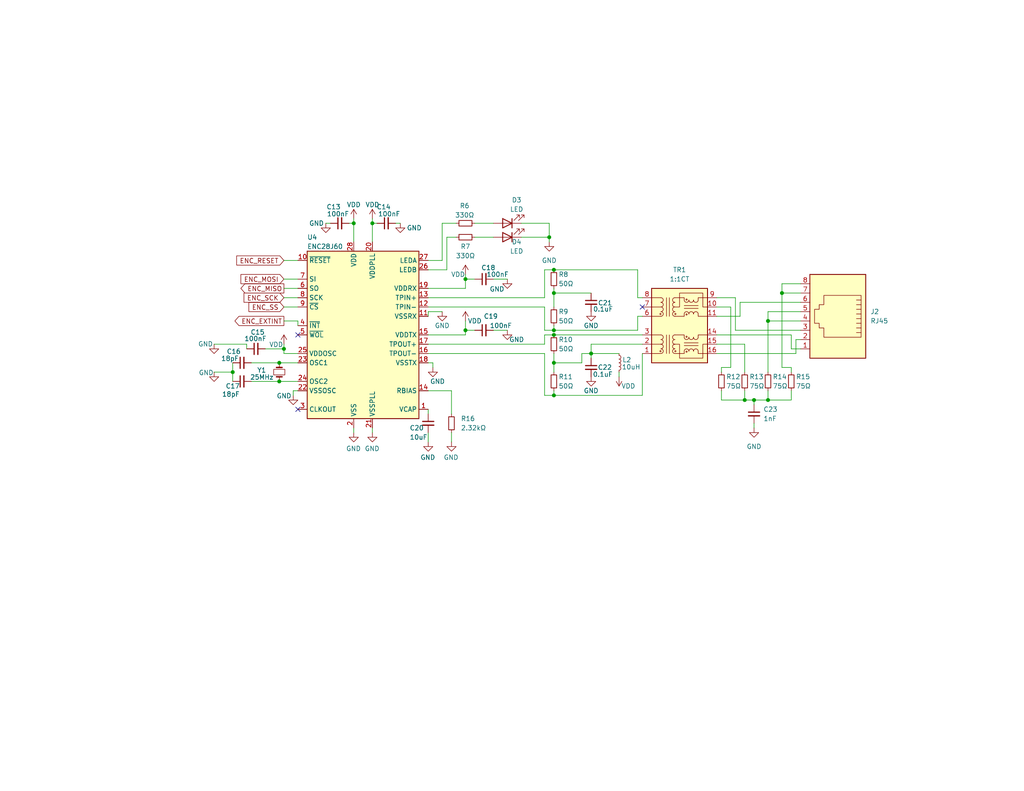
<source format=kicad_sch>
(kicad_sch (version 20211123) (generator eeschema)
  (paper "USLetter")
  (title_block (title "ENC28J60 Control Circuit") (date "2022-10-20") (rev "4") (company "DCA"))
  (lib_symbols
    (symbol "Connector:RJ45" (pin_names (offset 1.016))
      (property "Reference" "J" (at -5.08 13.97 0))
      (property "Value" "RJ45" (at 2.54 13.97 0))
      (symbol "RJ45_0_1"
        (polyline (pts (xy -5.08 4.445) (xy -6.35 4.445)))
        (polyline (pts (xy -5.08 5.715) (xy -6.35 5.715)))
        (polyline (pts (xy -6.35 -3.175) (xy -5.08 -3.175) (xy -5.08 -3.175)))
        (polyline (pts (xy -6.35 -1.905) (xy -5.08 -1.905) (xy -5.08 -1.905)))
        (polyline (pts (xy -6.35 -0.635) (xy -5.08 -0.635) (xy -5.08 -0.635)))
        (polyline (pts (xy -6.35 0.635) (xy -5.08 0.635) (xy -5.08 0.635)))
        (polyline (pts (xy -6.35 1.905) (xy -5.08 1.905) (xy -5.08 1.905)))
        (polyline (pts (xy -5.08 3.175) (xy -6.35 3.175) (xy -6.35 3.175)))
        (polyline (pts (xy -6.35 -4.445) (xy -6.35 6.985) (xy 3.81 6.985) (xy 3.81 4.445) (xy 5.08 4.445) (xy 5.08 3.175) (xy 6.35 3.175) (xy 6.35 -0.635) (xy 5.08 -0.635) (xy 5.08 -1.905) (xy 3.81 -1.905) (xy 3.81 -4.445) (xy -6.35 -4.445) (xy -6.35 -4.445)))
        (rectangle (start 7.62 12.7) (end -7.62 -10.16) (stroke (width 0.254)) (fill (type background)))
      )
      (symbol "RJ45_1_1"
        (pin passive line (at 10.16 -7.62 180) (length 2.54) (name "~") (number "1"))
        (pin passive line (at 10.16 -5.08 180) (length 2.54) (name "~") (number "2"))
        (pin passive line (at 10.16 -2.54 180) (length 2.54) (name "~") (number "3"))
        (pin passive line (at 10.16 0 180) (length 2.54) (name "~") (number "4"))
        (pin passive line (at 10.16 2.54 180) (length 2.54) (name "~") (number "5"))
        (pin passive line (at 10.16 5.08 180) (length 2.54) (name "~") (number "6"))
        (pin passive line (at 10.16 7.62 180) (length 2.54) (name "~") (number "7"))
        (pin passive line (at 10.16 10.16 180) (length 2.54) (name "~") (number "8"))
      )
    )
    (symbol "Device:C_Small" (pin_numbers hide) (pin_names (offset 0.254) hide)
      (property "Reference" "C" (at 0.254 1.778 0))
      (property "Value" "C_Small" (at 0.254 -2.032 0))
      (symbol "C_Small_0_1"
        (polyline (pts (xy -1.524 -0.508) (xy 1.524 -0.508)) (stroke (width 0.3302)))
        (polyline (pts (xy -1.524 0.508) (xy 1.524 0.508)) (stroke (width 0.3048)))
      )
      (symbol "C_Small_1_1"
        (pin passive line (at 0 2.54 270) (length 2.032) (name "~") (number "1"))
        (pin passive line (at 0 -2.54 90) (length 2.032) (name "~") (number "2"))
      )
    )
    (symbol "Device:Crystal_Small" (pin_numbers hide) (pin_names (offset 1.016) hide)
      (property "Reference" "Y" (at 0 2.54 0))
      (property "Value" "Crystal_Small" (at 0 -2.54 0))
      (symbol "Crystal_Small_0_1"
        (rectangle (start -0.762 -1.524) (end 0.762 1.524))
        (polyline (pts (xy -1.27 -0.762) (xy -1.27 0.762)) (stroke (width 0.381)))
        (polyline (pts (xy 1.27 -0.762) (xy 1.27 0.762)) (stroke (width 0.381)))
      )
      (symbol "Crystal_Small_1_1"
        (pin passive line (at -2.54 0 0) (length 1.27) (name "1") (number "1"))
        (pin passive line (at 2.54 0 180) (length 1.27) (name "2") (number "2"))
      )
    )
    (symbol "Device:LED" (pin_numbers hide) (pin_names (offset 1.016) hide)
      (property "Reference" "D" (at 0 2.54 0))
      (property "Value" "LED" (at 0 -2.54 0))
      (symbol "LED_0_1"
        (polyline (pts (xy -1.27 -1.27) (xy -1.27 1.27)) (stroke (width 0.254)))
        (polyline (pts (xy -1.27 0) (xy 1.27 0)))
        (polyline (pts (xy 1.27 -1.27) (xy 1.27 1.27) (xy -1.27 0) (xy 1.27 -1.27)) (stroke (width 0.254)))
        (polyline (pts (xy -3.048 -0.762) (xy -4.572 -2.286) (xy -3.81 -2.286) (xy -4.572 -2.286) (xy -4.572 -1.524)))
        (polyline (pts (xy -1.778 -0.762) (xy -3.302 -2.286) (xy -2.54 -2.286) (xy -3.302 -2.286) (xy -3.302 -1.524)))
      )
      (symbol "LED_1_1"
        (pin passive line (at -3.81 0 0) (length 2.54) (name "K") (number "1"))
        (pin passive line (at 3.81 0 180) (length 2.54) (name "A") (number "2"))
      )
    )
    (symbol "Device:L_Small" (pin_numbers hide) (pin_names (offset 0.254) hide)
      (property "Reference" "L" (at 0.762 1.016 0))
      (property "Value" "L_Small" (at 0.762 -1.016 0))
      (symbol "L_Small_0_1"
        (arc (start 0 -2.032) (mid 0.508 -1.524) (end 0 -1.016))
        (arc (start 0 -1.016) (mid 0.508 -0.508) (end 0 0))
        (arc (start 0 0) (mid 0.508 0.508) (end 0 1.016))
        (arc (start 0 1.016) (mid 0.508 1.524) (end 0 2.032))
      )
      (symbol "L_Small_1_1"
        (pin passive line (at 0 2.54 270) (length 0.508) (name "~") (number "1"))
        (pin passive line (at 0 -2.54 90) (length 0.508) (name "~") (number "2"))
      )
    )
    (symbol "Device:R_Small" (pin_numbers hide) (pin_names (offset 0.254) hide)
      (property "Reference" "R" (at 0.762 0.508 0))
      (property "Value" "R_Small" (at 0.762 -1.016 0))
      (symbol "R_Small_0_1"
        (rectangle (start -0.762 1.778) (end 0.762 -1.778) (stroke (width 0.2032)))
      )
      (symbol "R_Small_1_1"
        (pin passive line (at 0 2.54 270) (length 0.762) (name "~") (number "1"))
        (pin passive line (at 0 -2.54 90) (length 0.762) (name "~") (number "2"))
      )
    )
    (symbol "Interface_Ethernet:ENC28J60x-SS"
      (property "Reference" "U" (at -13.97 24.13 0))
      (property "Value" "ENC28J60x-SS" (at 5.08 24.13 0))
      (symbol "ENC28J60x-SS_0_1"
        (rectangle (start -15.24 22.86) (end 15.24 -22.86) (stroke (width 0.254)) (fill (type background)))
      )
      (symbol "ENC28J60x-SS_1_1"
        (pin input line (at 17.78 -20.32 180) (length 2.54) (name "VCAP") (number "1"))
        (pin input line (at -17.78 20.32 0) (length 2.54) (name "~{RESET}") (number "10"))
        (pin power_in line (at 17.78 5.08 180) (length 2.54) (name "VSSRX") (number "11"))
        (pin input line (at 17.78 7.62 180) (length 2.54) (name "TPIN-") (number "12"))
        (pin input line (at 17.78 10.16 180) (length 2.54) (name "TPIN+") (number "13"))
        (pin input line (at 17.78 -15.24 180) (length 2.54) (name "RBIAS") (number "14"))
        (pin power_in line (at 17.78 0 180) (length 2.54) (name "VDDTX") (number "15"))
        (pin output line (at 17.78 -5.08 180) (length 2.54) (name "TPOUT-") (number "16"))
        (pin output line (at 17.78 -2.54 180) (length 2.54) (name "TPOUT+") (number "17"))
        (pin power_in line (at 17.78 -7.62 180) (length 2.54) (name "VSSTX") (number "18"))
        (pin power_in line (at 17.78 12.7 180) (length 2.54) (name "VDDRX") (number "19"))
        (pin power_in line (at -2.54 -25.4 90) (length 2.54) (name "VSS") (number "2"))
        (pin power_in line (at 2.54 25.4 270) (length 2.54) (name "VDDPLL") (number "20"))
        (pin power_in line (at 2.54 -25.4 90) (length 2.54) (name "VSSPLL") (number "21"))
        (pin power_in line (at -17.78 -15.24 0) (length 2.54) (name "VSSOSC") (number "22"))
        (pin input line (at -17.78 -7.62 0) (length 2.54) (name "OSC1") (number "23"))
        (pin input line (at -17.78 -12.7 0) (length 2.54) (name "OSC2") (number "24"))
        (pin power_in line (at -17.78 -5.08 0) (length 2.54) (name "VDDOSC") (number "25"))
        (pin output line (at 17.78 17.78 180) (length 2.54) (name "LEDB") (number "26"))
        (pin output line (at 17.78 20.32 180) (length 2.54) (name "LEDA") (number "27"))
        (pin power_in line (at -2.54 25.4 270) (length 2.54) (name "VDD") (number "28"))
        (pin output line (at -17.78 -20.32 0) (length 2.54) (name "CLKOUT") (number "3"))
        (pin output line (at -17.78 2.54 0) (length 2.54) (name "~{INT}") (number "4"))
        (pin output line (at -17.78 0 0) (length 2.54) (name "~{WOL}") (number "5"))
        (pin output line (at -17.78 12.7 0) (length 2.54) (name "SO") (number "6"))
        (pin input line (at -17.78 15.24 0) (length 2.54) (name "SI") (number "7"))
        (pin input line (at -17.78 10.16 0) (length 2.54) (name "SCK") (number "8"))
        (pin input line (at -17.78 7.62 0) (length 2.54) (name "~{CS}") (number "9"))
      )
    )
    (symbol "Transformer:PT61017PEL" (pin_names hide)
      (property "Reference" "TR" (at 0 10.795 0))
      (property "Value" "PT61017PEL" (at 0 -10.795 0))
      (symbol "PT61017PEL_0_1"
        (rectangle (start -7.62 10.16) (end 7.62 -10.16) (stroke (width 0.254)) (fill (type background)))
        (circle (center -5.207 3.175) (radius 0.1778))
        (arc (start -5.08 6.35) (mid -4.445 6.985) (end -5.08 7.62))
        (polyline (pts (xy -5.08 2.54) (xy -7.62 2.54)))
        (polyline (pts (xy -5.08 5.08) (xy -7.62 5.08)))
        (polyline (pts (xy -5.08 7.62) (xy -7.62 7.62)))
        (polyline (pts (xy -3.556 -2.54) (xy -3.556 -7.62)))
        (polyline (pts (xy -3.556 2.54) (xy -3.556 7.62)))
        (polyline (pts (xy -2.794 -7.62) (xy -2.794 -2.54)))
        (polyline (pts (xy -2.794 7.62) (xy -2.794 2.54)))
        (polyline (pts (xy 1.27 4.699) (xy 5.08 4.699)))
        (polyline (pts (xy 1.27 5.461) (xy 5.08 5.461)))
        (polyline (pts (xy -1.27 2.54) (xy 1.27 2.54) (xy 1.27 3.175)))
        (polyline (pts (xy 1.27 6.985) (xy 1.27 7.62) (xy -1.27 7.62)))
        (polyline (pts (xy 5.08 3.175) (xy 5.08 2.54) (xy 7.62 2.54)))
        (polyline (pts (xy 5.08 6.985) (xy 5.08 7.62) (xy 7.62 7.62)))
        (polyline (pts (xy -1.27 5.08) (xy 0 5.08) (xy 0 8.89) (xy 6.35 8.89) (xy 6.35 5.08) (xy 7.62 5.08)))
      )
      (symbol "PT61017PEL_1_1"
        (circle (center -5.207 -6.985) (radius 0.1778))
        (arc (start -5.08 -7.62) (mid -4.445 -6.985) (end -5.08 -6.35))
        (arc (start -5.08 -6.35) (mid -4.445 -5.715) (end -5.08 -5.08))
        (arc (start -5.08 -5.08) (mid -4.445 -4.445) (end -5.08 -3.81))
        (arc (start -5.08 -3.81) (mid -4.445 -3.175) (end -5.08 -2.54))
        (arc (start -5.08 2.54) (mid -4.445 3.175) (end -5.08 3.81))
        (arc (start -5.08 3.81) (mid -4.445 4.445) (end -5.08 5.08))
        (arc (start -5.08 5.08) (mid -4.445 5.715) (end -5.08 6.35))
        (arc (start -1.27 -6.35) (mid -1.905 -6.985) (end -1.27 -7.62))
        (arc (start -1.27 -5.08) (mid -1.905 -5.715) (end -1.27 -6.35))
        (arc (start -1.27 -3.81) (mid -1.905 -4.445) (end -1.27 -5.08))
        (arc (start -1.27 -2.54) (mid -1.905 -3.175) (end -1.27 -3.81))
        (arc (start -1.27 3.81) (mid -1.905 3.175) (end -1.27 2.54))
        (arc (start -1.27 5.08) (mid -1.905 4.445) (end -1.27 3.81))
        (arc (start -1.27 6.35) (mid -1.905 5.715) (end -1.27 5.08))
        (arc (start -1.27 7.62) (mid -1.905 6.985) (end -1.27 6.35))
        (circle (center -1.143 -6.985) (radius 0.1778))
        (circle (center -1.143 3.175) (radius 0.1778))
        (polyline (pts (xy -5.08 -7.62) (xy -7.62 -7.62)))
        (polyline (pts (xy -5.08 -5.08) (xy -7.62 -5.08)))
        (polyline (pts (xy -5.08 -2.54) (xy -7.62 -2.54)))
        (polyline (pts (xy 1.27 -5.461) (xy 5.08 -5.461)))
        (polyline (pts (xy 1.27 -4.699) (xy 5.08 -4.699)))
        (polyline (pts (xy -1.27 -7.62) (xy 1.27 -7.62) (xy 1.27 -6.985)))
        (polyline (pts (xy 1.27 -3.175) (xy 1.27 -2.54) (xy -1.27 -2.54)))
        (polyline (pts (xy 5.08 -6.985) (xy 5.08 -7.62) (xy 7.62 -7.62)))
        (polyline (pts (xy 5.08 -3.175) (xy 5.08 -2.54) (xy 7.62 -2.54)))
        (polyline (pts (xy 7.62 -5.08) (xy 6.35 -5.08) (xy 6.35 -8.89) (xy 0 -8.89) (xy 0 -5.08) (xy -1.27 -5.08)))
        (arc (start 1.27 -3.175) (mid 1.905 -3.81) (end 2.54 -3.175))
        (arc (start 1.27 6.985) (mid 1.905 6.35) (end 2.54 6.985))
        (circle (center 1.905 -7.112) (radius 0.1778))
        (circle (center 1.905 -3.048) (radius 0.1778))
        (circle (center 1.905 3.048) (radius 0.1778))
        (circle (center 1.905 7.112) (radius 0.1778))
        (arc (start 2.54 -6.985) (mid 1.905 -6.35) (end 1.27 -6.985))
        (arc (start 2.54 -3.175) (mid 3.175 -3.81) (end 3.81 -3.175))
        (arc (start 2.54 3.175) (mid 1.905 3.81) (end 1.27 3.175))
        (arc (start 2.54 6.985) (mid 3.175 6.35) (end 3.81 6.985))
        (arc (start 3.81 -6.985) (mid 3.175 -6.35) (end 2.54 -6.985))
        (arc (start 3.81 -3.175) (mid 4.445 -3.81) (end 5.08 -3.175))
        (arc (start 3.81 3.175) (mid 3.175 3.81) (end 2.54 3.175))
        (arc (start 3.81 6.985) (mid 4.445 6.35) (end 5.08 6.985))
        (arc (start 5.08 -6.985) (mid 4.445 -6.35) (end 3.81 -6.985))
        (arc (start 5.08 3.175) (mid 4.445 3.81) (end 3.81 3.175))
        (pin passive line (at -10.16 -7.62 0) (length 2.54) (name "TD+") (number "1"))
        (pin passive line (at 10.16 5.08 180) (length 2.54) (name "C_RX") (number "10"))
        (pin passive line (at 10.16 2.54 180) (length 2.54) (name "RX+") (number "11"))
        (pin passive line (at 10.16 -2.54 180) (length 2.54) (name "TX-") (number "14"))
        (pin passive line (at 10.16 -5.08 180) (length 2.54) (name "C_TX") (number "15"))
        (pin passive line (at 10.16 -7.62 180) (length 2.54) (name "TX+") (number "16"))
        (pin passive line (at -10.16 -5.08 0) (length 2.54) (name "C_TD") (number "2"))
        (pin passive line (at -10.16 -2.54 0) (length 2.54) (name "TD-") (number "3"))
        (pin passive line (at -10.16 2.54 0) (length 2.54) (name "RD+") (number "6"))
        (pin passive line (at -10.16 5.08 0) (length 2.54) (name "C_RD") (number "7"))
        (pin passive line (at -10.16 7.62 0) (length 2.54) (name "RD-") (number "8"))
        (pin passive line (at 10.16 7.62 180) (length 2.54) (name "RX-") (number "9"))
      )
    )
    (symbol "power:GND" (power) (pin_names (offset 0))
      (property "Value" "GND" (at 0 -3.81 0))
      (symbol "GND_0_1"
        (polyline (pts (xy 0 0) (xy 0 -1.27) (xy 1.27 -1.27) (xy 0 -2.54) (xy -1.27 -1.27) (xy 0 -1.27)))
      )
      (symbol "GND_1_1"
        (pin power_in line (at 0 0 270) (length 0) hide (name "GND") (number "1"))
      )
    )
    (symbol "power:VDD" (power) (pin_names (offset 0))
      (property "Value" "VDD" (at 0 3.81 0))
      (symbol "VDD_0_1"
        (polyline (pts (xy -0.762 1.27) (xy 0 2.54)))
        (polyline (pts (xy 0 0) (xy 0 2.54)))
        (polyline (pts (xy 0 2.54) (xy 0.762 1.27)))
      )
      (symbol "VDD_1_1"
        (pin power_in line (at 0 0 90) (length 0) hide (name "VDD") (number "1"))
      )
    )
  )
  (junction (at 63.5 101.6))
  (junction (at 205.74 109.22))
  (junction (at 149.86 64.77))
  (junction (at 127 90.17))
  (junction (at 213.36 80.01))
  (junction (at 161.29 96.52))
  (junction (at 151.13 99.06))
  (junction (at 203.2 109.22))
  (junction (at 151.13 73.66))
  (junction (at 151.13 91.44))
  (junction (at 209.55 87.63))
  (junction (at 101.6 60.96))
  (junction (at 151.13 90.17))
  (junction (at 209.55 109.22))
  (junction (at 77.47 95.25))
  (junction (at 76.2 104.14))
  (junction (at 151.13 107.95))
  (junction (at 76.2 99.06))
  (junction (at 151.13 80.01))
  (junction (at 127 76.2))
  (junction (at 96.52 60.96))
  (no_connect (at 81.28 111.76))
  (no_connect (at 175.26 83.82))
  (no_connect (at 81.28 91.44))
  (wire (pts (xy 127 91.44) (xy 116.84 91.44)))
  (wire (pts (xy 151.13 99.06) (xy 151.13 101.6)))
  (wire (pts (xy 121.92 73.66) (xy 121.92 64.77)))
  (wire (pts (xy 129.54 60.96) (xy 134.62 60.96)))
  (wire (pts (xy 76.2 104.14) (xy 81.28 104.14)))
  (wire (pts (xy 195.58 81.28) (xy 200.66 81.28)))
  (wire (pts (xy 101.6 59.69) (xy 101.6 60.96)))
  (wire (pts (xy 151.13 107.95) (xy 175.26 107.95)))
  (wire (pts (xy 142.24 64.77) (xy 149.86 64.77)))
  (wire (pts (xy 209.55 109.22) (xy 215.9 109.22)))
  (wire (pts (xy 173.99 86.36) (xy 175.26 86.36)))
  (wire (pts (xy 205.74 109.22) (xy 205.74 110.49)))
  (wire (pts (xy 151.13 99.06) (xy 158.75 99.06)))
  (wire (pts (xy 127 76.2) (xy 127 78.74)))
  (wire (pts (xy 81.28 106.68) (xy 80.01 106.68)))
  (wire (pts (xy 201.93 86.36) (xy 195.58 86.36)))
  (wire (pts (xy 123.19 118.11) (xy 123.19 120.65)))
  (wire (pts (xy 158.75 99.06) (xy 158.75 96.52)))
  (wire (pts (xy 88.9 60.96) (xy 90.17 60.96)))
  (wire (pts (xy 199.39 100.33) (xy 196.85 100.33)))
  (wire (pts (xy 107.95 60.96) (xy 109.22 60.96)))
  (wire (pts (xy 127 76.2) (xy 129.54 76.2)))
  (wire (pts (xy 173.99 73.66) (xy 151.13 73.66)))
  (wire (pts (xy 175.26 81.28) (xy 173.99 81.28)))
  (wire (pts (xy 199.39 83.82) (xy 199.39 100.33)))
  (wire (pts (xy 151.13 106.68) (xy 151.13 107.95)))
  (wire (pts (xy 127 87.63) (xy 127 90.17)))
  (wire (pts (xy 209.55 101.6) (xy 209.55 87.63)))
  (wire (pts (xy 129.54 64.77) (xy 134.62 64.77)))
  (wire (pts (xy 148.59 93.98) (xy 148.59 91.44)))
  (wire (pts (xy 161.29 96.52) (xy 168.91 96.52)))
  (wire (pts (xy 77.47 83.82) (xy 81.28 83.82)))
  (wire (pts (xy 72.39 95.25) (xy 77.47 95.25)))
  (wire (pts (xy 101.6 60.96) (xy 102.87 60.96)))
  (wire (pts (xy 148.59 81.28) (xy 148.59 73.66)))
  (wire (pts (xy 149.86 64.77) (xy 149.86 66.04)))
  (wire (pts (xy 215.9 106.68) (xy 215.9 109.22)))
  (wire (pts (xy 116.84 96.52) (xy 148.59 96.52)))
  (wire (pts (xy 77.47 87.63) (xy 81.28 87.63)))
  (wire (pts (xy 161.29 96.52) (xy 161.29 97.79)))
  (wire (pts (xy 96.52 60.96) (xy 96.52 66.04)))
  (wire (pts (xy 58.42 93.98) (xy 67.31 93.98)))
  (wire (pts (xy 116.84 83.82) (xy 148.59 83.82)))
  (wire (pts (xy 77.47 71.12) (xy 81.28 71.12)))
  (wire (pts (xy 151.13 80.01) (xy 151.13 83.82)))
  (wire (pts (xy 215.9 95.25) (xy 218.44 95.25)))
  (wire (pts (xy 120.65 71.12) (xy 120.65 60.96)))
  (wire (pts (xy 217.17 92.71) (xy 218.44 92.71)))
  (wire (pts (xy 151.13 80.01) (xy 151.13 78.74)))
  (wire (pts (xy 63.5 101.6) (xy 63.5 104.14)))
  (wire (pts (xy 63.5 99.06) (xy 63.5 101.6)))
  (wire (pts (xy 209.55 85.09) (xy 209.55 87.63)))
  (wire (pts (xy 200.66 90.17) (xy 218.44 90.17)))
  (wire (pts (xy 203.2 106.68) (xy 203.2 109.22)))
  (wire (pts (xy 173.99 81.28) (xy 173.99 73.66)))
  (wire (pts (xy 77.47 95.25) (xy 77.47 96.52)))
  (wire (pts (xy 95.25 60.96) (xy 96.52 60.96)))
  (wire (pts (xy 120.65 85.09) (xy 116.84 85.09)))
  (wire (pts (xy 148.59 73.66) (xy 151.13 73.66)))
  (wire (pts (xy 121.92 64.77) (xy 124.46 64.77)))
  (wire (pts (xy 116.84 71.12) (xy 120.65 71.12)))
  (wire (pts (xy 151.13 91.44) (xy 175.26 91.44)))
  (wire (pts (xy 77.47 76.2) (xy 81.28 76.2)))
  (wire (pts (xy 148.59 83.82) (xy 148.59 90.17)))
  (wire (pts (xy 195.58 96.52) (xy 217.17 96.52)))
  (wire (pts (xy 195.58 91.44) (xy 215.9 91.44)))
  (wire (pts (xy 148.59 96.52) (xy 148.59 107.95)))
  (wire (pts (xy 151.13 96.52) (xy 151.13 99.06)))
  (wire (pts (xy 68.58 104.14) (xy 76.2 104.14)))
  (wire (pts (xy 203.2 93.98) (xy 203.2 101.6)))
  (wire (pts (xy 77.47 81.28) (xy 81.28 81.28)))
  (wire (pts (xy 116.84 85.09) (xy 116.84 86.36)))
  (wire (pts (xy 218.44 77.47) (xy 213.36 77.47)))
  (wire (pts (xy 134.62 90.17) (xy 138.43 90.17)))
  (wire (pts (xy 120.65 60.96) (xy 124.46 60.96)))
  (wire (pts (xy 77.47 78.74) (xy 81.28 78.74)))
  (wire (pts (xy 217.17 96.52) (xy 217.17 92.71)))
  (wire (pts (xy 215.9 100.33) (xy 213.36 100.33)))
  (wire (pts (xy 168.91 101.6) (xy 168.91 102.87)))
  (wire (pts (xy 215.9 101.6) (xy 215.9 100.33)))
  (wire (pts (xy 67.31 95.25) (xy 67.31 93.98)))
  (wire (pts (xy 175.26 93.98) (xy 161.29 93.98)))
  (wire (pts (xy 116.84 81.28) (xy 148.59 81.28)))
  (wire (pts (xy 148.59 90.17) (xy 151.13 90.17)))
  (wire (pts (xy 101.6 116.84) (xy 101.6 118.11)))
  (wire (pts (xy 209.55 87.63) (xy 218.44 87.63)))
  (wire (pts (xy 151.13 88.9) (xy 151.13 90.17)))
  (wire (pts (xy 123.19 106.68) (xy 123.19 113.03)))
  (wire (pts (xy 175.26 107.95) (xy 175.26 96.52)))
  (wire (pts (xy 127 74.93) (xy 127 76.2)))
  (wire (pts (xy 116.84 106.68) (xy 123.19 106.68)))
  (wire (pts (xy 213.36 77.47) (xy 213.36 80.01)))
  (wire (pts (xy 218.44 85.09) (xy 209.55 85.09)))
  (wire (pts (xy 201.93 82.55) (xy 218.44 82.55)))
  (wire (pts (xy 76.2 99.06) (xy 81.28 99.06)))
  (wire (pts (xy 196.85 100.33) (xy 196.85 101.6)))
  (wire (pts (xy 148.59 91.44) (xy 151.13 91.44)))
  (wire (pts (xy 173.99 90.17) (xy 173.99 86.36)))
  (wire (pts (xy 127 90.17) (xy 129.54 90.17)))
  (wire (pts (xy 195.58 83.82) (xy 199.39 83.82)))
  (wire (pts (xy 81.28 87.63) (xy 81.28 88.9)))
  (wire (pts (xy 151.13 80.01) (xy 161.29 80.01)))
  (wire (pts (xy 96.52 116.84) (xy 96.52 118.11)))
  (wire (pts (xy 200.66 81.28) (xy 200.66 90.17)))
  (wire (pts (xy 209.55 106.68) (xy 209.55 109.22)))
  (wire (pts (xy 127 90.17) (xy 127 91.44)))
  (wire (pts (xy 196.85 106.68) (xy 196.85 109.22)))
  (wire (pts (xy 196.85 109.22) (xy 203.2 109.22)))
  (wire (pts (xy 161.29 93.98) (xy 161.29 96.52)))
  (wire (pts (xy 116.84 111.76) (xy 116.84 113.03)))
  (wire (pts (xy 116.84 93.98) (xy 148.59 93.98)))
  (wire (pts (xy 203.2 109.22) (xy 205.74 109.22)))
  (wire (pts (xy 127 78.74) (xy 116.84 78.74)))
  (wire (pts (xy 77.47 93.98) (xy 77.47 95.25)))
  (wire (pts (xy 134.62 76.2) (xy 138.43 76.2)))
  (wire (pts (xy 116.84 73.66) (xy 121.92 73.66)))
  (wire (pts (xy 195.58 93.98) (xy 203.2 93.98)))
  (wire (pts (xy 81.28 96.52) (xy 77.47 96.52)))
  (wire (pts (xy 116.84 118.11) (xy 116.84 120.65)))
  (wire (pts (xy 158.75 96.52) (xy 161.29 96.52)))
  (wire (pts (xy 213.36 80.01) (xy 218.44 80.01)))
  (wire (pts (xy 116.84 99.06) (xy 118.11 99.06)))
  (wire (pts (xy 68.58 99.06) (xy 76.2 99.06)))
  (wire (pts (xy 148.59 107.95) (xy 151.13 107.95)))
  (wire (pts (xy 151.13 90.17) (xy 173.99 90.17)))
  (wire (pts (xy 205.74 115.57) (xy 205.74 116.84)))
  (wire (pts (xy 96.52 59.69) (xy 96.52 60.96)))
  (wire (pts (xy 213.36 100.33) (xy 213.36 80.01)))
  (wire (pts (xy 118.11 99.06) (xy 118.11 100.33)))
  (wire (pts (xy 215.9 95.25) (xy 215.9 91.44)))
  (wire (pts (xy 142.24 60.96) (xy 149.86 60.96)))
  (wire (pts (xy 101.6 60.96) (xy 101.6 66.04)))
  (wire (pts (xy 149.86 60.96) (xy 149.86 64.77)))
  (wire (pts (xy 58.42 101.6) (xy 63.5 101.6)))
  (wire (pts (xy 80.01 106.68) (xy 80.01 107.95)))
  (wire (pts (xy 201.93 82.55) (xy 201.93 86.36)))
  (wire (pts (xy 205.74 109.22) (xy 209.55 109.22)))
  (global_label "ENC_SCK" (shape input) (at 77.47 81.28 180) (property "Intersheet References" "${INTERSHEET_REFS}" (effects hide)))
  (global_label "ENC_MISO" (shape output) (at 77.47 78.74 180) (property "Intersheet References" "${INTERSHEET_REFS}" (effects hide)))
  (global_label "ENC_RESET" (shape input) (at 77.47 71.12 180) (property "Intersheet References" "${INTERSHEET_REFS}" (effects hide)))
  (global_label "ENC_MOSI" (shape input) (at 77.47 76.2 180) (property "Intersheet References" "${INTERSHEET_REFS}" (effects hide)))
  (global_label "ENC_EXTINT" (shape output) (at 77.47 87.63 180) (property "Intersheet References" "${INTERSHEET_REFS}" (effects hide)))
  (global_label "ENC_SS" (shape input) (at 77.47 83.82 180) (property "Intersheet References" "${INTERSHEET_REFS}" (effects hide)))
  (symbol (lib_id "power:GND") (at 88.9 60.96 0) (unit 1)
    (property "Reference" "#PWR0134" (effects hide))
    (property "Value" "GND" (at 86.36 60.96 0))
  )
  (symbol (lib_id "power:GND") (at 149.86 66.04 0) (unit 1)
    (property "Reference" "#PWR0131" (effects hide))
    (property "Value" "GND" (at 149.86 71.12 0))
  )
  (symbol (lib_id "power:VDD") (at 127 74.93 0) (unit 1)
    (property "Reference" "#PWR0119" (effects hide))
    (property "Value" "VDD" (at 124.9774 74.93 0))
  )
  (symbol (lib_id "power:GND") (at 96.52 118.11 0) (unit 1)
    (property "Reference" "#PWR0129" (effects hide))
    (property "Value" "GND" (at 96.4564 122.4844 0))
  )
  (symbol (lib_id "power:GND") (at 109.22 60.96 0) (unit 1)
    (property "Reference" "#PWR0135" (effects hide))
    (property "Value" "GND" (at 113.03 62.23 0))
  )
  (symbol (lib_id "Device:R_Small") (at 151.13 93.98 0) (unit 1)
    (property "Reference" "R10" (at 152.4 92.71 0) (effects (justify left)))
    (property "Value" "50Ω" (at 152.4 95.25 0) (effects (justify left)))
    (property "Footprint" "Resistor_SMD:R_0402_1005Metric" (effects hide))
  )
  (symbol (lib_id "Device:L_Small") (at 168.91 99.06 0) (unit 1)
    (property "Reference" "L2" (at 169.7921 98.2513 0) (effects (justify left)))
    (property "Value" "10uH" (at 169.6451 100.1994 0) (effects (justify left)))
    (property "Footprint" "Inductor_SMD:L_0603_1608Metric" (effects hide))
  )
  (symbol (lib_id "Device:LED") (at 138.43 60.96 180) (unit 1)
    (property "Reference" "D3" (at 140.97 54.61 0))
    (property "Value" "LED" (at 140.97 57.15 0))
    (property "Footprint" "LED_SMD:LED_0402_1005Metric" (effects hide))
  )
  (symbol (lib_id "power:GND") (at 138.43 76.2 0) (unit 1)
    (property "Reference" "#PWR0123" (effects hide))
    (property "Value" "GND" (at 135.6124 78.9281 0))
  )
  (symbol (lib_id "power:GND") (at 161.29 102.87 0) (unit 1)
    (property "Reference" "#PWR0124" (effects hide))
    (property "Value" "GND" (at 161.29 106.68 0))
  )
  (symbol (lib_id "Connector:RJ45") (at 228.6 87.63 0) (mirror y) (unit 1)
    (property "Reference" "J2" (at 237.49 85.0899 0) (effects (justify right)))
    (property "Value" "RJ45" (at 237.49 87.6299 0) (effects (justify right)))
    (property "Footprint" "Connector_RJ:RJ45_Plug_Metz_AJP92A8813" (effects hide))
  )
  (symbol (lib_id "Interface_Ethernet:ENC28J60x-SS") (at 99.06 91.44 0) (unit 1)
    (property "Reference" "U4" (at 83.82 64.77 0) (effects (justify left)))
    (property "Value" "ENC28J60" (at 83.82 67.31 0) (effects (justify left)))
    (property "Footprint" "Package_SO:SSOP-28_5.3x10.2mm_P0.65mm" (effects hide))
    (property "Datasheet" "http://ww1.microchip.com/downloads/en/devicedoc/39662e.pdf" (effects hide))
  )
  (symbol (lib_id "power:GND") (at 123.19 120.65 0) (unit 1)
    (property "Reference" "#PWR0133" (effects hide))
    (property "Value" "GND" (at 123.0771 124.8833 0))
  )
  (symbol (lib_id "power:VDD") (at 77.47 93.98 0) (unit 1)
    (property "Reference" "#PWR0139" (effects hide))
    (property "Value" "VDD" (at 75.3533 94.0693 0))
  )
  (symbol (lib_id "power:GND") (at 205.74 116.84 0) (unit 1)
    (property "Reference" "#PWR0127" (effects hide))
    (property "Value" "GND" (at 205.74 121.92 0))
  )
  (symbol (lib_id "Device:R_Small") (at 209.55 104.14 0) (unit 1)
    (property "Reference" "R14" (at 210.82 102.87 0) (effects (justify left)))
    (property "Value" "75Ω" (at 210.82 105.41 0) (effects (justify left)))
    (property "Footprint" "Resistor_SMD:R_0402_1005Metric" (effects hide))
  )
  (symbol (lib_id "Device:R_Small") (at 127 60.96 90) (unit 1)
    (property "Reference" "R6" (at 126.7812 56.1904 90))
    (property "Value" "330Ω" (at 126.7812 58.7304 90))
    (property "Footprint" "Resistor_SMD:R_0402_1005Metric" (effects hide))
  )
  (symbol (lib_id "Device:C_Small") (at 69.85 95.25 90) (unit 1)
    (property "Reference" "C15" (at 72.2514 90.6964 90) (effects (justify left)))
    (property "Value" "100nF" (at 72.7311 92.4556 90) (effects (justify left)))
    (property "Footprint" "Capacitor_SMD:C_0402_1005Metric" (effects hide))
  )
  (symbol (lib_id "power:GND") (at 101.6 118.11 0) (unit 1)
    (property "Reference" "#PWR0130" (effects hide))
    (property "Value" "GND" (at 101.5364 122.4844 0))
  )
  (symbol (lib_id "Device:Crystal_Small") (at 76.2 101.6 90) (unit 1)
    (property "Reference" "Y1" (at 70.1416 101.0637 90) (effects (justify right)))
    (property "Value" "25MHz" (at 68.2225 102.9828 90) (effects (justify right)))
    (property "Footprint" "osc:XTAL_ECS-160-20-4X" (effects hide))
  )
  (symbol (lib_id "Device:R_Small") (at 127 64.77 270) (unit 1)
    (property "Reference" "R7" (at 127 67.31 90))
    (property "Value" "330Ω" (at 127 69.85 90))
    (property "Footprint" "Resistor_SMD:R_0402_1005Metric" (effects hide))
  )
  (symbol (lib_id "power:GND") (at 80.01 107.95 0) (unit 1)
    (property "Reference" "#PWR0138" (effects hide))
    (property "Value" "GND" (at 77.5052 108.0911 0))
  )
  (symbol (lib_id "Device:R_Small") (at 123.19 115.57 0) (unit 1)
    (property "Reference" "R16" (at 125.73 114.3 0) (effects (justify left)))
    (property "Value" "2.32kΩ" (at 125.73 116.84 0) (effects (justify left)))
    (property "Footprint" "Resistor_SMD:R_0402_1005Metric" (effects hide))
  )
  (symbol (lib_id "Device:C_Small") (at 66.04 99.06 90) (unit 1)
    (property "Reference" "C16" (at 63.7869 95.9602 90))
    (property "Value" "18pF" (at 62.7474 97.8793 90))
    (property "Footprint" "Capacitor_SMD:C_0402_1005Metric" (effects hide))
  )
  (symbol (lib_id "Device:C_Small") (at 205.74 113.03 0) (unit 1)
    (property "Reference" "C23" (at 208.28 111.7662 0) (effects (justify left)))
    (property "Value" "1nF" (at 208.28 114.3062 0) (effects (justify left)))
    (property "Footprint" "Capacitor_SMD:C_0402_1005Metric" (effects hide))
  )
  (symbol (lib_id "Device:R_Small") (at 215.9 104.14 0) (unit 1)
    (property "Reference" "R15" (at 217.17 102.87 0) (effects (justify left)))
    (property "Value" "75Ω" (at 217.17 105.41 0) (effects (justify left)))
    (property "Footprint" "Resistor_SMD:R_0402_1005Metric" (effects hide))
  )
  (symbol (lib_id "Device:C_Small") (at 105.41 60.96 90) (unit 1)
    (property "Reference" "C14" (at 106.647 56.5008 90) (effects (justify left)))
    (property "Value" "100nF" (at 109.22 58.42 90) (effects (justify left)))
    (property "Footprint" "Capacitor_SMD:C_0402_1005Metric" (effects hide))
  )
  (symbol (lib_id "power:GND") (at 120.65 85.09 0) (unit 1)
    (property "Reference" "#PWR0122" (effects hide))
    (property "Value" "GND" (at 120.65 88.9 0))
  )
  (symbol (lib_id "power:GND") (at 58.42 93.98 0) (unit 1)
    (property "Reference" "#PWR0140" (effects hide))
    (property "Value" "GND" (at 56.0822 93.9188 0))
  )
  (symbol (lib_id "Device:R_Small") (at 151.13 76.2 0) (unit 1)
    (property "Reference" "R8" (at 152.4 74.93 0) (effects (justify left)))
    (property "Value" "50Ω" (at 152.4 77.47 0) (effects (justify left)))
    (property "Footprint" "Resistor_SMD:R_0402_1005Metric" (effects hide))
  )
  (symbol (lib_id "power:GND") (at 58.42 101.6 0) (unit 1)
    (property "Reference" "#PWR0141" (effects hide))
    (property "Value" "GND" (at 56.2421 101.7552 0))
  )
  (symbol (lib_id "Device:R_Small") (at 151.13 104.14 0) (unit 1)
    (property "Reference" "R11" (at 152.4 102.87 0) (effects (justify left)))
    (property "Value" "50Ω" (at 152.4 105.41 0) (effects (justify left)))
    (property "Footprint" "Resistor_SMD:R_0402_1005Metric" (effects hide))
  )
  (symbol (lib_id "Device:R_Small") (at 196.85 104.14 0) (unit 1)
    (property "Reference" "R12" (at 198.12 102.87 0) (effects (justify left)))
    (property "Value" "75Ω" (at 198.12 105.41 0) (effects (justify left)))
    (property "Footprint" "Resistor_SMD:R_0402_1005Metric" (effects hide))
  )
  (symbol (lib_id "power:VDD") (at 168.91 102.87 180) (unit 1)
    (property "Reference" "#PWR0125" (effects hide))
    (property "Value" "VDD" (at 171.45 105.41 0))
  )
  (symbol (lib_id "Device:C_Small") (at 161.29 100.33 0) (unit 1)
    (property "Reference" "C22" (at 163.0915 100.3017 0) (effects (justify left)))
    (property "Value" "0.1uF" (at 161.7321 102.2208 0) (effects (justify left)))
    (property "Footprint" "Capacitor_SMD:C_0402_1005Metric" (effects hide))
  )
  (symbol (lib_id "power:GND") (at 118.11 100.33 0) (unit 1)
    (property "Reference" "#PWR0128" (effects hide))
    (property "Value" "GND" (at 119.38 104.14 0))
  )
  (symbol (lib_id "power:GND") (at 116.84 120.65 0) (unit 1)
    (property "Reference" "#PWR0132" (effects hide))
    (property "Value" "GND" (at 116.7271 124.8833 0))
  )
  (symbol (lib_id "power:VDD") (at 101.6 59.69 0) (unit 1)
    (property "Reference" "#PWR0136" (effects hide))
    (property "Value" "VDD" (at 101.6 55.88 0))
  )
  (symbol (lib_id "Device:R_Small") (at 203.2 104.14 0) (unit 1)
    (property "Reference" "R13" (at 204.47 102.87 0) (effects (justify left)))
    (property "Value" "75Ω" (at 204.47 105.41 0) (effects (justify left)))
    (property "Footprint" "Resistor_SMD:R_0402_1005Metric" (effects hide))
  )
  (symbol (lib_id "power:VDD") (at 127 87.63 0) (unit 1)
    (property "Reference" "#PWR0121" (effects hide))
    (property "Value" "VDD" (at 129.54 87.63 0))
  )
  (symbol (lib_id "Device:LED") (at 138.43 64.77 180) (unit 1)
    (property "Reference" "D4" (at 140.97 66.04 0))
    (property "Value" "LED" (at 140.97 68.58 0))
    (property "Footprint" "LED_SMD:LED_0402_1005Metric" (effects hide))
  )
  (symbol (lib_id "Device:C_Small") (at 132.08 76.2 90) (unit 1)
    (property "Reference" "C18" (at 135.2126 73.0908 90) (effects (justify left)))
    (property "Value" "100nF" (at 138.811 74.93 90) (effects (justify left)))
    (property "Footprint" "Capacitor_SMD:C_0402_1005Metric" (effects hide))
  )
  (symbol (lib_id "Device:C_Small") (at 92.71 60.96 90) (unit 1)
    (property "Reference" "C13" (at 92.9734 56.5008 90) (effects (justify left)))
    (property "Value" "100nF" (at 95.25 58.42 90) (effects (justify left)))
    (property "Footprint" "Capacitor_SMD:C_0402_1005Metric" (effects hide))
  )
  (symbol (lib_id "Device:C_Small") (at 116.84 115.57 0) (unit 1)
    (property "Reference" "C20" (at 111.76 116.84 0) (effects (justify left)))
    (property "Value" "10uF" (at 111.76 119.38 0) (effects (justify left)))
    (property "Footprint" "Capacitor_SMD:C_1206_3216Metric" (effects hide))
  )
  (symbol (lib_id "Device:C_Small") (at 161.29 82.55 0) (unit 1)
    (property "Reference" "C21" (at 163.1432 82.7099 0) (effects (justify left)))
    (property "Value" "0.1uF" (at 161.7948 84.3969 0) (effects (justify left)))
    (property "Footprint" "Capacitor_SMD:C_0402_1005Metric" (effects hide))
  )
  (symbol (lib_id "power:GND") (at 138.43 90.17 0) (unit 1)
    (property "Reference" "#PWR0120" (effects hide))
    (property "Value" "GND" (at 140.97 92.71 0))
  )
  (symbol (lib_id "Device:R_Small") (at 151.13 86.36 0) (unit 1)
    (property "Reference" "R9" (at 152.4 85.09 0) (effects (justify left)))
    (property "Value" "50Ω" (at 152.4 87.63 0) (effects (justify left)))
    (property "Footprint" "Resistor_SMD:R_0402_1005Metric" (effects hide))
  )
  (symbol (lib_id "Transformer:PT61017PEL") (at 185.42 88.9 0) (unit 1)
    (property "Reference" "TR1" (at 185.42 73.66 0))
    (property "Value" "1:1CT" (at 185.42 76.2 0))
    (property "Footprint" "Transformer_SMD:Transformer_Ethernet_Bourns_PT61017PEL" (effects hide))
    (property "Datasheet" "https://www.bourns.com/docs/Product-Datasheets/PT61017PEL.pdf" (effects hide))
  )
  (symbol (lib_id "Device:C_Small") (at 66.04 104.14 90) (unit 1)
    (property "Reference" "C17" (at 63.5 105.41 90))
    (property "Value" "18pF" (at 62.9872 107.6348 90))
    (property "Footprint" "Capacitor_SMD:C_0402_1005Metric" (effects hide))
  )
  (symbol (lib_id "Device:C_Small") (at 132.08 90.17 90) (unit 1)
    (property "Reference" "C19" (at 135.89 86.36 90) (effects (justify left)))
    (property "Value" "100nF" (at 139.7 88.9 90) (effects (justify left)))
    (property "Footprint" "Capacitor_SMD:C_0402_1005Metric" (effects hide))
  )
  (symbol (lib_id "power:GND") (at 161.29 85.09 0) (unit 1)
    (property "Reference" "#PWR0126" (effects hide))
    (property "Value" "GND" (at 161.29 88.9 0))
  )
  (symbol (lib_id "power:VDD") (at 96.52 59.69 0) (unit 1)
    (property "Reference" "#PWR0137" (effects hide))
    (property "Value" "VDD" (at 96.52 55.88 0))
  )
)
</source>
